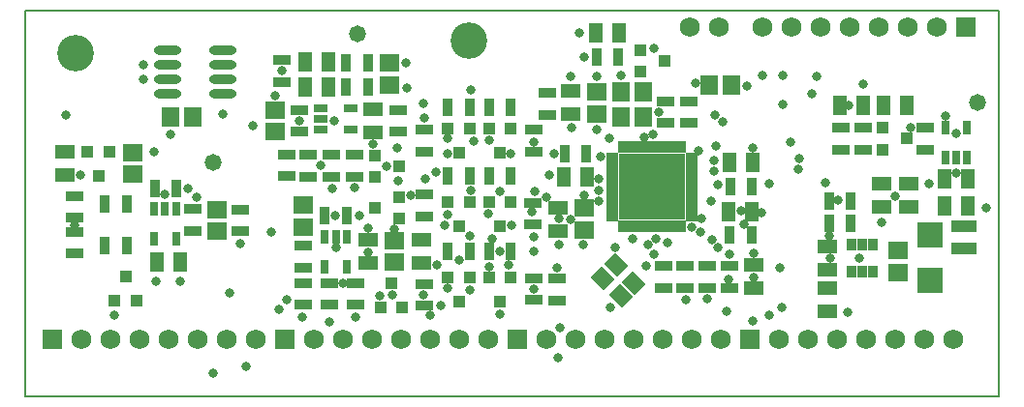
<source format=gts>
G04*
G04 #@! TF.GenerationSoftware,Altium Limited,CircuitStudio,1.5.2 (1.5.2.30)*
G04*
G04 Layer_Color=20142*
%FSLAX44Y44*%
%MOMM*%
G71*
G01*
G75*
%ADD35C,0.2030*%
%ADD52R,1.5032X1.8032*%
%ADD53O,2.4032X0.8032*%
%ADD54R,1.1176X1.0160*%
%ADD55R,1.5032X0.9032*%
%ADD56R,1.2032X1.7272*%
%ADD57R,1.8032X1.5032*%
%ADD58C,1.4732*%
%ADD59R,1.7272X1.2032*%
%ADD60R,0.9032X1.5032*%
%ADD61R,1.2032X0.8032*%
%ADD62R,0.8032X1.2032*%
%ADD63R,1.0160X1.1176*%
%ADD64R,2.2032X2.2032*%
%ADD65R,2.2032X1.0032*%
%ADD66R,5.7912X5.7912*%
%ADD67R,1.0160X0.5080*%
%ADD68R,0.5080X1.0160*%
%ADD69R,0.8532X1.1032*%
G04:AMPARAMS|DCode=70|XSize=1.6032mm|YSize=1.4032mm|CornerRadius=0mm|HoleSize=0mm|Usage=FLASHONLY|Rotation=315.000|XOffset=0mm|YOffset=0mm|HoleType=Round|Shape=Rectangle|*
%AMROTATEDRECTD70*
4,1,4,-1.0629,0.0707,-0.0707,1.0629,1.0629,-0.0707,0.0707,-1.0629,-1.0629,0.0707,0.0*
%
%ADD70ROTATEDRECTD70*%

%ADD71C,1.7272*%
%ADD72R,1.7272X1.7272*%
%ADD73C,3.2032*%
%ADD74C,0.8032*%
D35*
X334500Y255000D02*
Y592250D01*
X1184750D01*
Y255000D02*
Y592250D01*
X334500Y255000D02*
X1184750D01*
D52*
X480250Y499500D02*
D03*
X461250D02*
D03*
X874300Y521700D02*
D03*
X855300D02*
D03*
X874300Y499200D02*
D03*
X855300D02*
D03*
X951250Y527750D02*
D03*
X932250D02*
D03*
D53*
X459000Y557550D02*
D03*
Y544850D02*
D03*
Y532150D02*
D03*
Y519450D02*
D03*
X507000Y557550D02*
D03*
Y544850D02*
D03*
Y532150D02*
D03*
Y519450D02*
D03*
D54*
X1104788Y480626D02*
D03*
X1083612Y470974D02*
D03*
Y490126D02*
D03*
X639612Y419724D02*
D03*
X660788Y429376D02*
D03*
Y410224D02*
D03*
X660688Y456476D02*
D03*
X639512Y446824D02*
D03*
Y465976D02*
D03*
X872162Y558126D02*
D03*
Y538974D02*
D03*
X893338Y548626D02*
D03*
D55*
X1066500Y471000D02*
D03*
Y490000D02*
D03*
X1121000D02*
D03*
Y471000D02*
D03*
X1046950Y490050D02*
D03*
Y471050D02*
D03*
X558700Y549200D02*
D03*
Y530200D02*
D03*
X930400Y369000D02*
D03*
Y350000D02*
D03*
X521842Y399210D02*
D03*
Y418210D02*
D03*
X577000Y386500D02*
D03*
Y367500D02*
D03*
Y335200D02*
D03*
Y354200D02*
D03*
X600100Y354250D02*
D03*
Y335250D02*
D03*
X623200Y354200D02*
D03*
Y335200D02*
D03*
X779000Y339100D02*
D03*
Y358100D02*
D03*
X778250Y405250D02*
D03*
Y424250D02*
D03*
X683000Y334100D02*
D03*
Y353100D02*
D03*
Y412600D02*
D03*
Y431600D02*
D03*
X949600Y350000D02*
D03*
Y369000D02*
D03*
X894100Y513400D02*
D03*
Y494400D02*
D03*
X914100D02*
D03*
Y513400D02*
D03*
X779000Y469100D02*
D03*
Y488100D02*
D03*
X683000Y469100D02*
D03*
Y488100D02*
D03*
X621700Y447298D02*
D03*
Y466298D02*
D03*
X601900Y466300D02*
D03*
Y447300D02*
D03*
X574000Y486500D02*
D03*
Y505500D02*
D03*
X562600Y447500D02*
D03*
Y466500D02*
D03*
X581800Y447300D02*
D03*
Y466300D02*
D03*
X659800Y505500D02*
D03*
Y486500D02*
D03*
X790653Y520400D02*
D03*
Y501400D02*
D03*
X480503Y418710D02*
D03*
Y399710D02*
D03*
X799250Y358000D02*
D03*
Y339000D02*
D03*
X891750Y350050D02*
D03*
Y369050D02*
D03*
X910950Y350050D02*
D03*
Y369050D02*
D03*
X377002Y379710D02*
D03*
Y398710D02*
D03*
X376952Y430460D02*
D03*
Y411460D02*
D03*
D56*
X1104410Y509550D02*
D03*
X1084090D02*
D03*
X449092Y372460D02*
D03*
X469412D02*
D03*
X578940Y548100D02*
D03*
X599260D02*
D03*
X579030Y525330D02*
D03*
X599350D02*
D03*
X1045970Y509550D02*
D03*
X1066290D02*
D03*
X804640Y446700D02*
D03*
X824960D02*
D03*
X969460Y416800D02*
D03*
X949140D02*
D03*
X1138040Y421800D02*
D03*
X1158360D02*
D03*
X970060Y459700D02*
D03*
X949740D02*
D03*
X1137840Y445000D02*
D03*
X1158160D02*
D03*
X853222Y573514D02*
D03*
X832902D02*
D03*
D57*
X428253Y449460D02*
D03*
Y468460D02*
D03*
X656800Y372216D02*
D03*
Y391216D02*
D03*
X652200Y527600D02*
D03*
Y546600D02*
D03*
X577000Y422200D02*
D03*
Y403200D02*
D03*
X1097000Y382500D02*
D03*
Y363500D02*
D03*
X822750Y419550D02*
D03*
Y400550D02*
D03*
X833800Y502200D02*
D03*
Y521200D02*
D03*
X552400Y505500D02*
D03*
Y486500D02*
D03*
X502003Y418210D02*
D03*
Y399210D02*
D03*
D58*
X498252Y459710D02*
D03*
X1166250Y512550D02*
D03*
X624200Y572300D02*
D03*
D59*
X680750Y371522D02*
D03*
Y391842D02*
D03*
X368753Y448800D02*
D03*
Y469120D02*
D03*
X638100Y485840D02*
D03*
Y506160D02*
D03*
X633900Y391910D02*
D03*
Y371590D02*
D03*
X1035000Y329640D02*
D03*
Y349960D02*
D03*
X1035000Y386160D02*
D03*
Y365840D02*
D03*
X1082750Y420460D02*
D03*
Y440780D02*
D03*
X800050Y399924D02*
D03*
Y420244D02*
D03*
X970600Y349340D02*
D03*
Y369660D02*
D03*
X1106000Y441160D02*
D03*
Y420840D02*
D03*
X811250Y522160D02*
D03*
Y501840D02*
D03*
D60*
X805600Y467600D02*
D03*
X824600D02*
D03*
X614690Y547330D02*
D03*
X633690D02*
D03*
X633690Y525330D02*
D03*
X614690D02*
D03*
X596150Y413000D02*
D03*
X615150D02*
D03*
X1055500Y426000D02*
D03*
X1036500D02*
D03*
Y406000D02*
D03*
X1055500D02*
D03*
X758500Y381600D02*
D03*
X739500D02*
D03*
X758500Y447600D02*
D03*
X739500D02*
D03*
X703500Y381600D02*
D03*
X722500D02*
D03*
X703500Y447600D02*
D03*
X722500D02*
D03*
X968800Y395800D02*
D03*
X949800D02*
D03*
X758500Y507600D02*
D03*
X739500D02*
D03*
X703500D02*
D03*
X722500D02*
D03*
X969400Y438700D02*
D03*
X950400D02*
D03*
X447503Y436960D02*
D03*
X466502D02*
D03*
X833750Y552050D02*
D03*
X852750D02*
D03*
X423003Y423460D02*
D03*
X404002D02*
D03*
X423003Y386710D02*
D03*
X404002D02*
D03*
D61*
X592538Y507130D02*
D03*
Y497630D02*
D03*
Y488130D02*
D03*
X618542D02*
D03*
Y507130D02*
D03*
D62*
X466002Y419212D02*
D03*
X456502D02*
D03*
X447003D02*
D03*
Y393208D02*
D03*
X466002D02*
D03*
X615150Y394502D02*
D03*
X605650D02*
D03*
X596150D02*
D03*
Y368498D02*
D03*
X615150D02*
D03*
X1138500Y463998D02*
D03*
X1148000D02*
D03*
X1157500D02*
D03*
Y490002D02*
D03*
X1138500D02*
D03*
D63*
X421926Y360048D02*
D03*
X431578Y338872D02*
D03*
X412426D02*
D03*
X398329Y448122D02*
D03*
X388676Y469298D02*
D03*
X407828D02*
D03*
X654124Y353888D02*
D03*
X663776Y332712D02*
D03*
X644624D02*
D03*
X749076Y338012D02*
D03*
X739424Y359188D02*
D03*
X758576D02*
D03*
X749076Y404012D02*
D03*
X739424Y425188D02*
D03*
X758576D02*
D03*
X713076Y338012D02*
D03*
X703424Y359188D02*
D03*
X722576D02*
D03*
X749076Y468012D02*
D03*
X739424Y489188D02*
D03*
X758576D02*
D03*
X713076Y468012D02*
D03*
X703424Y489188D02*
D03*
X722576D02*
D03*
X713076Y404012D02*
D03*
X703424Y425188D02*
D03*
X722576D02*
D03*
D64*
X1125000Y356000D02*
D03*
Y396000D02*
D03*
D65*
X1155000Y404000D02*
D03*
Y384000D02*
D03*
D66*
X882000Y438300D02*
D03*
D67*
X916798Y465732D02*
D03*
Y460906D02*
D03*
Y455826D02*
D03*
Y450746D02*
D03*
Y445920D02*
D03*
Y440840D02*
D03*
Y435760D02*
D03*
Y430680D02*
D03*
Y425854D02*
D03*
Y420774D02*
D03*
Y415694D02*
D03*
Y410868D02*
D03*
X847202D02*
D03*
Y415694D02*
D03*
Y420774D02*
D03*
Y425854D02*
D03*
Y430680D02*
D03*
Y435760D02*
D03*
Y440840D02*
D03*
Y445920D02*
D03*
Y450746D02*
D03*
Y455826D02*
D03*
Y460906D02*
D03*
Y465732D02*
D03*
D68*
X909432Y403502D02*
D03*
X904606D02*
D03*
X899526D02*
D03*
X894446D02*
D03*
X889620D02*
D03*
X884540D02*
D03*
X879460D02*
D03*
X874380D02*
D03*
X869554D02*
D03*
X864474D02*
D03*
X859394D02*
D03*
X854568D02*
D03*
Y473098D02*
D03*
X859394D02*
D03*
X864474D02*
D03*
X869554D02*
D03*
X874380D02*
D03*
X879460D02*
D03*
X884540D02*
D03*
X889620D02*
D03*
X904606D02*
D03*
X909432D02*
D03*
X894446D02*
D03*
X899526D02*
D03*
D69*
X1075000Y388000D02*
D03*
X1065500D02*
D03*
X1056000D02*
D03*
Y364000D02*
D03*
X1065500D02*
D03*
X1075000D02*
D03*
D70*
X854521Y342765D02*
D03*
X838965Y358321D02*
D03*
X865835Y354079D02*
D03*
X850279Y369635D02*
D03*
D71*
X914750Y578250D02*
D03*
X940150D02*
D03*
X1029050D02*
D03*
X1054450D02*
D03*
X1079850D02*
D03*
X1003650D02*
D03*
X978250D02*
D03*
X1130650D02*
D03*
X1105250D02*
D03*
X1094150Y305050D02*
D03*
X1068750D02*
D03*
X1043350D02*
D03*
X1017950D02*
D03*
X992550D02*
D03*
X1119550D02*
D03*
X1144950D02*
D03*
X890950D02*
D03*
X865550D02*
D03*
X840150D02*
D03*
X814750D02*
D03*
X789350D02*
D03*
X916350D02*
D03*
X941750D02*
D03*
X687750D02*
D03*
X662350D02*
D03*
X636950D02*
D03*
X611550D02*
D03*
X586150D02*
D03*
X713150D02*
D03*
X738550D02*
D03*
X484550D02*
D03*
X459150D02*
D03*
X433750D02*
D03*
X408350D02*
D03*
X382950D02*
D03*
X509950D02*
D03*
X535350D02*
D03*
D72*
X1156050Y578250D02*
D03*
X967150Y305050D02*
D03*
X763950D02*
D03*
X560750D02*
D03*
X357550D02*
D03*
D73*
X722250Y566050D02*
D03*
X378000Y555500D02*
D03*
D74*
X835750Y445050D02*
D03*
X837500Y464550D02*
D03*
X845000Y481050D02*
D03*
X461250Y484000D02*
D03*
X498750Y275500D02*
D03*
X527250Y280750D02*
D03*
X549104Y399050D02*
D03*
X888000Y503750D02*
D03*
X875480Y481432D02*
D03*
X937250Y501550D02*
D03*
X943750Y495050D02*
D03*
X882750Y484000D02*
D03*
X683250Y499000D02*
D03*
X681750Y511300D02*
D03*
X552250Y518000D02*
D03*
X437150Y532150D02*
D03*
Y544850D02*
D03*
X1066290Y528443D02*
D03*
X1094200Y429800D02*
D03*
X1054000Y509350D02*
D03*
X1107950Y490050D02*
D03*
X1124310Y441160D02*
D03*
X1148200Y450050D02*
D03*
X621750Y437750D02*
D03*
X626250Y413000D02*
D03*
X644000Y342500D02*
D03*
X656800Y401500D02*
D03*
X633900Y381100D02*
D03*
X605650Y384850D02*
D03*
X605500Y413000D02*
D03*
X558750Y540250D02*
D03*
X799250Y367500D02*
D03*
X1044750Y426500D02*
D03*
X666750Y547000D02*
D03*
X739500Y479152D02*
D03*
X726000Y478250D02*
D03*
X779250Y434000D02*
D03*
X749000D02*
D03*
X703500Y349250D02*
D03*
X722750Y348250D02*
D03*
X682250Y343500D02*
D03*
X693750Y370250D02*
D03*
X834000Y488250D02*
D03*
X930400Y340350D02*
D03*
X779000Y394250D02*
D03*
X920500Y529000D02*
D03*
X855250Y535500D02*
D03*
X833800Y534800D02*
D03*
X811000Y535250D02*
D03*
X723250Y434750D02*
D03*
X703250Y414098D02*
D03*
X701000Y404250D02*
D03*
X778750Y477500D02*
D03*
X659940Y443500D02*
D03*
X911200Y339550D02*
D03*
X739250Y414500D02*
D03*
X859500Y451050D02*
D03*
X904500Y451550D02*
D03*
X850000Y385000D02*
D03*
X969750Y472050D02*
D03*
X1147750Y485050D02*
D03*
X796350Y467600D02*
D03*
X821750Y388050D02*
D03*
X800500Y388000D02*
D03*
X810750Y410050D02*
D03*
X867750Y421050D02*
D03*
X1138750Y500050D02*
D03*
X978750Y536050D02*
D03*
X822750Y552050D02*
D03*
X885750Y393050D02*
D03*
X895750Y389050D02*
D03*
X876750Y369050D02*
D03*
X865290Y393050D02*
D03*
X878750Y388050D02*
D03*
X883750Y379050D02*
D03*
X949750D02*
D03*
X939750Y385050D02*
D03*
X934750Y392050D02*
D03*
X916750Y403050D02*
D03*
X970600Y379900D02*
D03*
X959750Y417050D02*
D03*
X969750Y321050D02*
D03*
X1036500Y395050D02*
D03*
X1062750Y376050D02*
D03*
X1037750D02*
D03*
X984570Y325870D02*
D03*
X939750Y440050D02*
D03*
X922750Y470050D02*
D03*
X602750Y437050D02*
D03*
X811750Y490050D02*
D03*
X935750Y452050D02*
D03*
X935750Y461050D02*
D03*
X592050Y456750D02*
D03*
X977750Y416050D02*
D03*
X739750Y368050D02*
D03*
X713076Y374174D02*
D03*
X748750Y327050D02*
D03*
X687750Y326050D02*
D03*
X697750Y334050D02*
D03*
X995750Y333050D02*
D03*
X1053000Y328800D02*
D03*
X756250Y369800D02*
D03*
X749076Y381600D02*
D03*
X779000Y381550D02*
D03*
X377002Y405060D02*
D03*
X382752Y448460D02*
D03*
X446669Y468626D02*
D03*
X476753Y437210D02*
D03*
X456502Y431710D02*
D03*
X470003Y355210D02*
D03*
X448252Y355960D02*
D03*
X412253Y325960D02*
D03*
X522342Y388710D02*
D03*
X670750Y431050D02*
D03*
X684250Y445550D02*
D03*
X692750Y451550D02*
D03*
X637750Y475750D02*
D03*
X703250Y480750D02*
D03*
Y467250D02*
D03*
X573750Y496050D02*
D03*
X604250Y496500D02*
D03*
X533000Y491800D02*
D03*
X506500Y501800D02*
D03*
X484253Y429210D02*
D03*
X600200Y320300D02*
D03*
X576700Y324550D02*
D03*
X562750Y339404D02*
D03*
X1003000Y477800D02*
D03*
X1010250Y463300D02*
D03*
X984500Y441300D02*
D03*
X1083000Y407050D02*
D03*
X1025500Y534800D02*
D03*
X789500Y429550D02*
D03*
X835750Y426050D02*
D03*
Y435550D02*
D03*
X924999Y410305D02*
D03*
X924000Y398550D02*
D03*
X933446Y425854D02*
D03*
X759000Y404300D02*
D03*
X800500Y410750D02*
D03*
X776750Y416300D02*
D03*
X822750Y431050D02*
D03*
X994003Y367553D02*
D03*
X962001Y405305D02*
D03*
X723250Y523550D02*
D03*
X1010000Y453550D02*
D03*
X1033250Y441550D02*
D03*
X1021500Y519550D02*
D03*
X949000Y357050D02*
D03*
X845750Y332800D02*
D03*
X801500Y315050D02*
D03*
X799750Y289050D02*
D03*
X779000Y349050D02*
D03*
X947500Y329050D02*
D03*
X970500Y359300D02*
D03*
X742250Y393050D02*
D03*
X722750Y395050D02*
D03*
X659396Y472790D02*
D03*
X1174000Y420050D02*
D03*
X556250Y331050D02*
D03*
X818750Y573300D02*
D03*
X937750Y474050D02*
D03*
X964750Y526750D02*
D03*
X884000Y559800D02*
D03*
X996000Y535550D02*
D03*
X996250Y510800D02*
D03*
X655250Y343550D02*
D03*
X611750Y353800D02*
D03*
X634000Y402300D02*
D03*
X622500Y324550D02*
D03*
X650236Y456557D02*
D03*
X513250Y345800D02*
D03*
X369750Y500800D02*
D03*
X792250Y449050D02*
D03*
X758250Y467250D02*
D03*
X668000Y525300D02*
D03*
M02*

</source>
